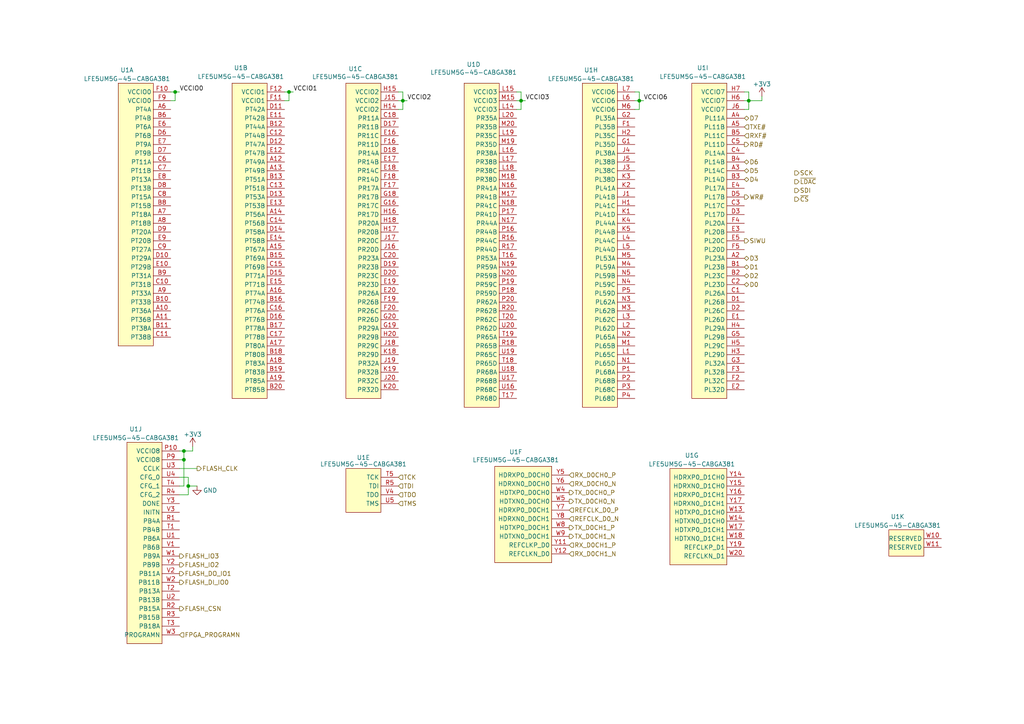
<source format=kicad_sch>
(kicad_sch (version 20200618) (host eeschema "(5.99.0-2073-gbb1afb747)")
  (page 4 5)
  (paper "A4")
  (title_block (title "TDR, FPGA IO") (date "2020-06-30") (rev "A") (company "Radovan Blažek") (comment 3 "In preparation") (comment 4 "EN"))
  (junction (at 50.8 26.67))
  (junction (at 53.34 130.81))
  (junction (at 53.34 133.35))
  (junction (at 54.61 140.97))
  (junction (at 83.82 26.67))
  (junction (at 116.84 29.21))
  (junction (at 151.13 29.21))
  (junction (at 185.42 29.21))
  (junction (at 217.17 29.21))
  (wire (pts (xy 49.53 26.67) (xy 50.8 26.67)))
  (wire (pts (xy 49.53 29.21) (xy 50.8 29.21)))
  (wire (pts (xy 50.8 26.67) (xy 52.07 26.67)))
  (wire (pts (xy 50.8 29.21) (xy 50.8 26.67)))
  (wire (pts (xy 52.07 130.81) (xy 53.34 130.81)))
  (wire (pts (xy 52.07 133.35) (xy 53.34 133.35)))
  (wire (pts (xy 52.07 135.89) (xy 57.15 135.89)))
  (wire (pts (xy 52.07 138.43) (xy 54.61 138.43)))
  (wire (pts (xy 52.07 140.97) (xy 53.34 140.97)))
  (wire (pts (xy 53.34 130.81) (xy 53.34 133.35)))
  (wire (pts (xy 53.34 130.81) (xy 55.88 130.81)))
  (wire (pts (xy 53.34 140.97) (xy 53.34 133.35)))
  (wire (pts (xy 54.61 138.43) (xy 54.61 140.97)))
  (wire (pts (xy 54.61 140.97) (xy 54.61 143.51)))
  (wire (pts (xy 54.61 140.97) (xy 57.15 140.97)))
  (wire (pts (xy 54.61 143.51) (xy 52.07 143.51)))
  (wire (pts (xy 55.88 130.81) (xy 55.88 129.54)))
  (wire (pts (xy 82.55 26.67) (xy 83.82 26.67)))
  (wire (pts (xy 82.55 29.21) (xy 83.82 29.21)))
  (wire (pts (xy 83.82 26.67) (xy 85.09 26.67)))
  (wire (pts (xy 83.82 29.21) (xy 83.82 26.67)))
  (wire (pts (xy 115.57 26.67) (xy 116.84 26.67)))
  (wire (pts (xy 115.57 29.21) (xy 116.84 29.21)))
  (wire (pts (xy 115.57 31.75) (xy 116.84 31.75)))
  (wire (pts (xy 116.84 26.67) (xy 116.84 29.21)))
  (wire (pts (xy 116.84 29.21) (xy 116.84 31.75)))
  (wire (pts (xy 116.84 29.21) (xy 118.11 29.21)))
  (wire (pts (xy 149.86 26.67) (xy 151.13 26.67)))
  (wire (pts (xy 149.86 29.21) (xy 151.13 29.21)))
  (wire (pts (xy 149.86 31.75) (xy 151.13 31.75)))
  (wire (pts (xy 151.13 26.67) (xy 151.13 29.21)))
  (wire (pts (xy 151.13 29.21) (xy 151.13 31.75)))
  (wire (pts (xy 151.13 29.21) (xy 152.4 29.21)))
  (wire (pts (xy 184.15 26.67) (xy 185.42 26.67)))
  (wire (pts (xy 184.15 29.21) (xy 185.42 29.21)))
  (wire (pts (xy 184.15 31.75) (xy 185.42 31.75)))
  (wire (pts (xy 185.42 26.67) (xy 185.42 29.21)))
  (wire (pts (xy 185.42 29.21) (xy 185.42 31.75)))
  (wire (pts (xy 185.42 29.21) (xy 186.69 29.21)))
  (wire (pts (xy 215.9 26.67) (xy 217.17 26.67)))
  (wire (pts (xy 215.9 29.21) (xy 217.17 29.21)))
  (wire (pts (xy 215.9 31.75) (xy 217.17 31.75)))
  (wire (pts (xy 217.17 26.67) (xy 217.17 29.21)))
  (wire (pts (xy 217.17 29.21) (xy 217.17 31.75)))
  (wire (pts (xy 217.17 29.21) (xy 220.98 29.21)))
  (wire (pts (xy 220.98 27.94) (xy 220.98 29.21)))
  (label "VCCIO0" (at 52.07 26.67 0))
  (label "VCCIO1" (at 85.09 26.67 0))
  (label "VCCIO2" (at 118.11 29.21 0))
  (label "VCCIO3" (at 152.4 29.21 0))
  (label "VCCIO6" (at 186.69 29.21 0))
  (hierarchical_label "FLASH_IO3" (shape output) (at 52.07 161.29 0))
  (hierarchical_label "FLASH_IO2" (shape output) (at 52.07 163.83 0))
  (hierarchical_label "FLASH_DO_IO1" (shape output) (at 52.07 166.37 0))
  (hierarchical_label "FLASH_DI_IO0" (shape output) (at 52.07 168.91 0))
  (hierarchical_label "FLASH_CSN" (shape output) (at 52.07 176.53 0))
  (hierarchical_label "FPGA_PROGRAMN" (shape input) (at 52.07 184.15 0))
  (hierarchical_label "FLASH_CLK" (shape output) (at 57.15 135.89 0))
  (hierarchical_label "TCK" (shape input) (at 115.57 138.43 0))
  (hierarchical_label "TDI" (shape input) (at 115.57 140.97 0))
  (hierarchical_label "TDO" (shape input) (at 115.57 143.51 0))
  (hierarchical_label "TMS" (shape input) (at 115.57 146.05 0))
  (hierarchical_label "RX_D0CH0_P" (shape input) (at 165.1 137.795 0))
  (hierarchical_label "RX_D0CH0_N" (shape input) (at 165.1 140.335 0))
  (hierarchical_label "TX_D0CH0_P" (shape output) (at 165.1 142.875 0))
  (hierarchical_label "TX_D0CH0_N" (shape output) (at 165.1 145.415 0))
  (hierarchical_label "REFCLK_D0_P" (shape input) (at 165.1 147.955 0))
  (hierarchical_label "REFCLK_D0_N" (shape input) (at 165.1 150.495 0))
  (hierarchical_label "TX_D0CH1_P" (shape output) (at 165.1 153.035 0))
  (hierarchical_label "TX_D0CH1_N" (shape output) (at 165.1 155.575 0))
  (hierarchical_label "RX_D0CH1_P" (shape input) (at 165.1 158.115 0))
  (hierarchical_label "RX_D0CH1_N" (shape input) (at 165.1 160.655 0))
  (hierarchical_label "D7" (shape bidirectional) (at 215.9 34.29 0))
  (hierarchical_label "TXE#" (shape input) (at 215.9 36.83 0))
  (hierarchical_label "RXF#" (shape input) (at 215.9 39.37 0))
  (hierarchical_label "RD#" (shape output) (at 215.9 41.91 0))
  (hierarchical_label "D6" (shape bidirectional) (at 215.9 46.99 0))
  (hierarchical_label "D5" (shape bidirectional) (at 215.9 49.53 0))
  (hierarchical_label "D4" (shape bidirectional) (at 215.9 52.07 0))
  (hierarchical_label "WR#" (shape output) (at 215.9 57.15 0))
  (hierarchical_label "SIWU" (shape output) (at 215.9 69.85 0))
  (hierarchical_label "D3" (shape bidirectional) (at 215.9 74.93 0))
  (hierarchical_label "D1" (shape bidirectional) (at 215.9 77.47 0))
  (hierarchical_label "D2" (shape bidirectional) (at 215.9 80.01 0))
  (hierarchical_label "D0" (shape bidirectional) (at 215.9 82.55 0))
  (hierarchical_label "SCK" (shape output) (at 230.505 50.165 0))
  (hierarchical_label "~LDAC" (shape output) (at 230.505 52.705 0))
  (hierarchical_label "SDI" (shape output) (at 230.505 55.245 0))
  (hierarchical_label "~CS" (shape output) (at 230.505 57.785 0))
  (symbol (lib_id "power:+3V3") (at 55.88 129.54 0) (unit 1)
    (property "Reference" "#PWR0170" (effects hide))
    (property "Value" "+3V3" (at 55.88 125.984 0))
  )
  (symbol (lib_id "power:+3V3") (at 220.98 27.94 0) (unit 1)
    (property "Reference" "#PWR0139" (effects hide))
    (property "Value" "+3V3" (at 220.98 24.384 0))
  )
  (symbol (lib_id "power:GND") (at 57.15 140.97 0) (unit 1)
    (property "Reference" "#PWR0171" (effects hide))
    (property "Value" "GND" (at 60.96 142.24 0))
  )
  (symbol (lib_id "ECP5:LFE5UM5G-45-CABGA381") (at 262.89 157.48 0) (unit 11)
    (property "Reference" "U1" (at 260.35 149.86 0))
    (property "Value" "LFE5UM5G-45-CABGA381" (at 260.35 152.4 0))
    (property "Footprint" "Package_BGA:Lattice_caBGA-381_17.0x17.0mm_Layout20x20_P0.8mm_Ball0.4mm_Pad0.4mm_NSMD" (effects hide))
  )
  (symbol (lib_id "ECP5:LFE5UM5G-25-CABGA381") (at 655.32 80.01 0) (unit 10)
    (property "Reference" "U16" (at 646.43 -71.12 0))
    (property "Value" "LFE5UM5G-25-CABGA381" (at 657.86 231.14 0))
  )
  (symbol (lib_id "ECP5:LFE5UM5G-45-CABGA381") (at 105.41 142.24 0) (unit 5)
    (property "Reference" "U1" (at 105.41 132.715 0))
    (property "Value" "LFE5UM5G-45-CABGA381" (at 105.41 134.62 0))
    (property "Footprint" "Package_BGA:Lattice_caBGA-381_17.0x17.0mm_Layout20x20_P0.8mm_Ball0.4mm_Pad0.4mm_NSMD" (effects hide))
  )
  (symbol (lib_id "ECP5:LFE5UM5G-25-CABGA381") (at 513.08 93.345 0) (unit 5)
    (property "Reference" "U16" (at 504.19 -57.785 0))
    (property "Value" "LFE5UM5G-25-CABGA381" (at 515.62 244.475 0))
  )
  (symbol (lib_id "ECP5:LFE5UM5G-45-CABGA381") (at 154.94 149.225 0) (unit 6)
    (property "Reference" "U1" (at 149.606 131.0894 0))
    (property "Value" "LFE5UM5G-45-CABGA381" (at 149.606 133.4008 0))
    (property "Footprint" "Package_BGA:Lattice_caBGA-381_17.0x17.0mm_Layout20x20_P0.8mm_Ball0.4mm_Pad0.4mm_NSMD" (effects hide))
  )
  (symbol (lib_id "ECP5:LFE5UM5G-45-CABGA381") (at 205.74 149.86 0) (unit 7)
    (property "Reference" "U1" (at 200.66 132.08 0))
    (property "Value" "LFE5UM5G-45-CABGA381" (at 200.66 134.62 0))
    (property "Footprint" "Package_BGA:Lattice_caBGA-381_17.0x17.0mm_Layout20x20_P0.8mm_Ball0.4mm_Pad0.4mm_NSMD" (effects hide))
  )
  (symbol (lib_id "ECP5:LFE5UM5G-25-CABGA381") (at 551.815 80.645 0) (unit 6)
    (property "Reference" "U16" (at 542.925 -70.485 0))
    (property "Value" "LFE5UM5G-25-CABGA381" (at 554.355 231.775 0))
  )
  (symbol (lib_id "ECP5:LFE5UM5G-45-CABGA381") (at 41.91 157.48 0) (unit 10)
    (property "Reference" "U1" (at 39.37 124.46 0))
    (property "Value" "LFE5UM5G-45-CABGA381" (at 39.37 127 0))
    (property "Footprint" "Package_BGA:Lattice_caBGA-381_17.0x17.0mm_Layout20x20_P0.8mm_Ball0.4mm_Pad0.4mm_NSMD" (effects hide))
  )
  (symbol (lib_id "ECP5:LFE5UM5G-25-CABGA381") (at 576.58 85.725 0) (unit 9)
    (property "Reference" "U16" (at 567.69 -65.405 0))
    (property "Value" "LFE5UM5G-25-CABGA381" (at 579.12 236.855 0))
  )
  (symbol (lib_id "ECP5:LFE5UM5G-25-CABGA381") (at 386.08 86.995 0) (unit 1)
    (property "Reference" "U16" (at 377.19 -64.135 0))
    (property "Value" "LFE5UM5G-25-CABGA381" (at 388.62 238.125 0))
  )
  (symbol (lib_id "ECP5:LFE5UM5G-45-CABGA381") (at 39.37 63.5 0) (unit 1)
    (property "Reference" "U1" (at 36.83 20.32 0))
    (property "Value" "LFE5UM5G-45-CABGA381" (at 36.83 22.86 0))
    (property "Footprint" "Package_BGA:Lattice_caBGA-381_17.0x17.0mm_Layout20x20_P0.8mm_Ball0.4mm_Pad0.4mm_NSMD" (effects hide))
  )
  (symbol (lib_id "ECP5:LFE5UM5G-25-CABGA381") (at 361.95 92.075 0) (unit 2)
    (property "Reference" "U16" (at 353.06 -59.055 0))
    (property "Value" "LFE5UM5G-25-CABGA381" (at 364.49 243.205 0))
  )
  (symbol (lib_id "ECP5:LFE5UM5G-45-CABGA381") (at 72.39 71.12 0) (unit 2)
    (property "Reference" "U1" (at 69.85 19.685 0))
    (property "Value" "LFE5UM5G-45-CABGA381" (at 69.85 22.225 0))
    (property "Footprint" "Package_BGA:Lattice_caBGA-381_17.0x17.0mm_Layout20x20_P0.8mm_Ball0.4mm_Pad0.4mm_NSMD" (effects hide))
  )
  (symbol (lib_id "ECP5:LFE5UM5G-45-CABGA381") (at 105.41 71.12 0) (unit 3)
    (property "Reference" "U1" (at 103.0732 19.9644 0))
    (property "Value" "LFE5UM5G-45-CABGA381" (at 103.0732 22.2758 0))
    (property "Footprint" "Package_BGA:Lattice_caBGA-381_17.0x17.0mm_Layout20x20_P0.8mm_Ball0.4mm_Pad0.4mm_NSMD" (effects hide))
  )
  (symbol (lib_id "ECP5:LFE5UM5G-45-CABGA381") (at 205.74 71.12 0) (unit 9)
    (property "Reference" "U1" (at 203.835 19.685 0))
    (property "Value" "LFE5UM5G-45-CABGA381" (at 203.835 22.225 0))
    (property "Footprint" "Package_BGA:Lattice_caBGA-381_17.0x17.0mm_Layout20x20_P0.8mm_Ball0.4mm_Pad0.4mm_NSMD" (effects hide))
  )
  (symbol (lib_id "ECP5:LFE5UM5G-25-CABGA381") (at 407.035 93.98 0) (unit 3)
    (property "Reference" "U16" (at 398.145 -57.15 0))
    (property "Value" "LFE5UM5G-25-CABGA381" (at 409.575 245.11 0))
  )
  (symbol (lib_id "ECP5:LFE5UM5G-25-CABGA381") (at 423.545 93.98 0) (unit 4)
    (property "Reference" "U16" (at 414.655 -57.15 0))
    (property "Value" "LFE5UM5G-25-CABGA381" (at 426.085 245.11 0))
  )
  (symbol (lib_id "ECP5:LFE5UM5G-25-CABGA381") (at 447.04 94.615 0) (unit 7)
    (property "Reference" "U16" (at 438.15 -56.515 0))
    (property "Value" "LFE5UM5G-25-CABGA381" (at 449.58 245.745 0))
  )
  (symbol (lib_id "ECP5:LFE5UM5G-25-CABGA381") (at 473.71 86.36 0) (unit 8)
    (property "Reference" "U16" (at 464.82 -64.77 0))
    (property "Value" "LFE5UM5G-25-CABGA381" (at 476.25 237.49 0))
  )
  (symbol (lib_id "ECP5:LFE5UM5G-45-CABGA381") (at 139.7 71.12 0) (unit 4)
    (property "Reference" "U1" (at 137.3632 18.6944 0))
    (property "Value" "LFE5UM5G-45-CABGA381" (at 137.3632 21.0058 0))
    (property "Footprint" "Package_BGA:Lattice_caBGA-381_17.0x17.0mm_Layout20x20_P0.8mm_Ball0.4mm_Pad0.4mm_NSMD" (effects hide))
  )
  (symbol (lib_id "ECP5:LFE5UM5G-45-CABGA381") (at 173.99 71.12 0) (unit 8)
    (property "Reference" "U1" (at 171.45 20.32 0))
    (property "Value" "LFE5UM5G-45-CABGA381" (at 171.45 22.86 0))
    (property "Footprint" "Package_BGA:Lattice_caBGA-381_17.0x17.0mm_Layout20x20_P0.8mm_Ball0.4mm_Pad0.4mm_NSMD" (effects hide))
  )
)
</source>
